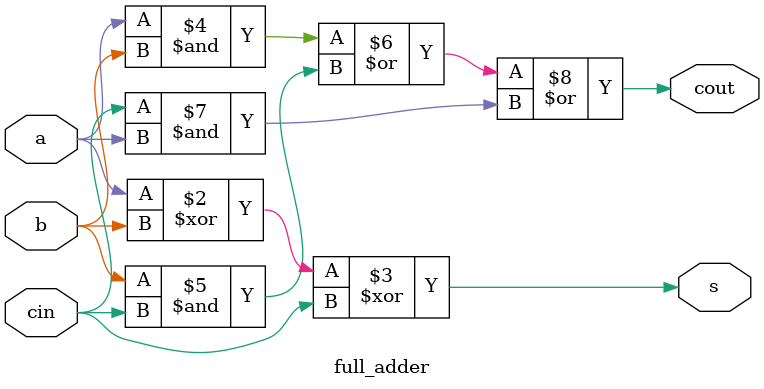
<source format=v>
`timescale 1ns / 1ps
module full_adder(s,cout,a,b,cin);
input a,b,cin;
output s,cout;
reg s,cout;
always @(a,b,cin)
begin
s = a ^ b ^ cin;
cout = (a & b) | (b & cin) | (cin & a);
end
endmodule

</source>
